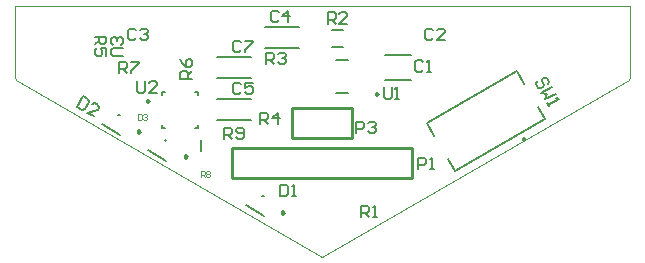
<source format=gto>
G04*
G04 #@! TF.GenerationSoftware,Altium Limited,Altium Designer,22.4.2 (48)*
G04*
G04 Layer_Color=65535*
%FSLAX25Y25*%
%MOIN*%
G70*
G04*
G04 #@! TF.SameCoordinates,9DE54F71-11C6-4998-B53C-E160C00813D1*
G04*
G04*
G04 #@! TF.FilePolarity,Positive*
G04*
G01*
G75*
%ADD10C,0.00984*%
%ADD11C,0.00787*%
%ADD12C,0.01000*%
%ADD13C,0.00394*%
%ADD14C,0.00004*%
D10*
X176008Y73193D02*
X175270Y73619D01*
Y72767D01*
X176008Y73193D01*
X99594Y70752D02*
X98856Y71178D01*
Y70326D01*
X99594Y70752D01*
X224971Y58135D02*
X224233Y58561D01*
Y57708D01*
X224971Y58135D01*
X144661Y33550D02*
X143922Y33976D01*
Y33124D01*
X144661Y33550D01*
X96661Y60550D02*
X95922Y60976D01*
Y60124D01*
X96661Y60550D01*
X112328Y52340D02*
X111590Y52766D01*
Y51914D01*
X112328Y52340D01*
D11*
X122464Y64433D02*
X133536D01*
X122464Y71567D02*
X133536D01*
X162031Y73488D02*
X165969D01*
X162031Y84512D02*
X165969D01*
X178169Y86232D02*
X186831D01*
X178169Y77768D02*
X186831D01*
X138464Y88433D02*
X149536D01*
X138464Y95567D02*
X149536D01*
X160531Y88646D02*
X164468D01*
X160531Y94354D02*
X164468D01*
X104047Y72721D02*
Y73705D01*
X105032D01*
X104047Y61894D02*
Y62878D01*
Y61894D02*
X105032D01*
X115858Y72721D02*
Y73705D01*
X114874D02*
X115858D01*
Y61894D02*
Y62878D01*
X114874Y61894D02*
X115858D01*
X122464Y85567D02*
X133536D01*
X122464Y78433D02*
X133536D01*
X201624Y47326D02*
X231628Y64649D01*
X199262Y51418D02*
X201624Y47326D01*
X229266Y68740D02*
X231628Y64649D01*
X192372Y63351D02*
X194734Y59260D01*
X192372Y63351D02*
X222376Y80674D01*
X224738Y76582D01*
X137475Y39279D02*
X137986Y38983D01*
X131991Y36080D02*
X137958Y32635D01*
X117000Y54130D02*
Y57870D01*
X83991Y63080D02*
X89958Y59635D01*
X89474Y66279D02*
X89986Y65983D01*
X104975Y57779D02*
X105486Y57483D01*
X99393Y54410D02*
X105359Y50965D01*
X177876Y75468D02*
Y72188D01*
X178532Y71532D01*
X179844D01*
X180500Y72188D01*
Y75468D01*
X181812Y71532D02*
X183124D01*
X182468D01*
Y75468D01*
X181812Y74812D01*
X170376Y32032D02*
Y35968D01*
X172344D01*
X173000Y35312D01*
Y34000D01*
X172344Y33344D01*
X170376D01*
X171688D02*
X173000Y32032D01*
X174312D02*
X175624D01*
X174968D01*
Y35968D01*
X174312Y35312D01*
X143376Y42968D02*
Y39032D01*
X145344D01*
X146000Y39688D01*
Y42312D01*
X145344Y42968D01*
X143376D01*
X147312Y39032D02*
X148624D01*
X147968D01*
Y42968D01*
X147312Y42312D01*
X113968Y78220D02*
X110032D01*
Y80188D01*
X110688Y80844D01*
X112000D01*
X112656Y80188D01*
Y78220D01*
Y79532D02*
X113968Y80844D01*
X110032Y84780D02*
X110688Y83468D01*
X112000Y82156D01*
X113312D01*
X113968Y82812D01*
Y84124D01*
X113312Y84780D01*
X112656D01*
X112000Y84124D01*
Y82156D01*
X191000Y83812D02*
X190344Y84468D01*
X189032D01*
X188376Y83812D01*
Y81188D01*
X189032Y80532D01*
X190344D01*
X191000Y81188D01*
X192312Y80532D02*
X193624D01*
X192968D01*
Y84468D01*
X192312Y83812D01*
X95720Y77468D02*
Y74188D01*
X96376Y73532D01*
X97688D01*
X98344Y74188D01*
Y77468D01*
X102280Y73532D02*
X99656D01*
X102280Y76156D01*
Y76812D01*
X101624Y77468D01*
X100312D01*
X99656Y76812D01*
X232652Y76360D02*
X232892Y77256D01*
X232236Y78392D01*
X231340Y78632D01*
X230772Y78304D01*
X230532Y77408D01*
X231188Y76272D01*
X230948Y75376D01*
X230380Y75048D01*
X229484Y75288D01*
X228828Y76424D01*
X229068Y77321D01*
X233876Y75552D02*
X230468Y73584D01*
X232260Y73104D01*
X231780Y71312D01*
X235188Y73280D01*
X232436Y70176D02*
X233092Y69039D01*
X232764Y69608D01*
X236172Y71575D01*
X235276Y71816D01*
X124720Y58032D02*
Y61968D01*
X126688D01*
X127344Y61312D01*
Y60000D01*
X126688Y59344D01*
X124720D01*
X126032D02*
X127344Y58032D01*
X128656Y58688D02*
X129312Y58032D01*
X130624D01*
X131280Y58688D01*
Y61312D01*
X130624Y61968D01*
X129312D01*
X128656Y61312D01*
Y60656D01*
X129312Y60000D01*
X131280D01*
X89720Y80032D02*
Y83968D01*
X91688D01*
X92344Y83312D01*
Y82000D01*
X91688Y81344D01*
X89720D01*
X91032D02*
X92344Y80032D01*
X93656Y83968D02*
X96280D01*
Y83312D01*
X93656Y80688D01*
Y80032D01*
X81532Y92280D02*
X85468D01*
Y90312D01*
X84812Y89656D01*
X83500D01*
X82844Y90312D01*
Y92280D01*
Y90968D02*
X81532Y89656D01*
X85468Y85720D02*
Y88344D01*
X83500D01*
X84156Y87032D01*
Y86376D01*
X83500Y85720D01*
X82188D01*
X81532Y86376D01*
Y87688D01*
X82188Y88344D01*
X136720Y63032D02*
Y66968D01*
X138688D01*
X139344Y66312D01*
Y65000D01*
X138688Y64344D01*
X136720D01*
X138032D02*
X139344Y63032D01*
X142624D02*
Y66968D01*
X140656Y65000D01*
X143280D01*
X138720Y83032D02*
Y86968D01*
X140688D01*
X141344Y86312D01*
Y85000D01*
X140688Y84344D01*
X138720D01*
X140032D02*
X141344Y83032D01*
X142656Y86312D02*
X143312Y86968D01*
X144624D01*
X145280Y86312D01*
Y85656D01*
X144624Y85000D01*
X143968D01*
X144624D01*
X145280Y84344D01*
Y83688D01*
X144624Y83032D01*
X143312D01*
X142656Y83688D01*
X159220Y96532D02*
Y100468D01*
X161188D01*
X161844Y99812D01*
Y98500D01*
X161188Y97844D01*
X159220D01*
X160532D02*
X161844Y96532D01*
X165780D02*
X163156D01*
X165780Y99156D01*
Y99812D01*
X165124Y100468D01*
X163812D01*
X163156Y99812D01*
X189376Y48032D02*
Y51968D01*
X191344D01*
X192000Y51312D01*
Y50000D01*
X191344Y49344D01*
X189376D01*
X193312Y48032D02*
X194624D01*
X193968D01*
Y51968D01*
X193312Y51312D01*
X168720Y60032D02*
Y63968D01*
X170688D01*
X171344Y63312D01*
Y62000D01*
X170688Y61344D01*
X168720D01*
X172656Y63312D02*
X173312Y63968D01*
X174624D01*
X175280Y63312D01*
Y62656D01*
X174624Y62000D01*
X173968D01*
X174624D01*
X175280Y61344D01*
Y60688D01*
X174624Y60032D01*
X173312D01*
X172656Y60688D01*
X77644Y72344D02*
X75676Y68936D01*
X77380Y67952D01*
X78276Y68192D01*
X79588Y70464D01*
X79348Y71360D01*
X77644Y72344D01*
X81356Y65656D02*
X79084Y66968D01*
X82668Y67928D01*
X82996Y68496D01*
X82756Y69392D01*
X81620Y70048D01*
X80724Y69808D01*
X130344Y76312D02*
X129688Y76968D01*
X128376D01*
X127720Y76312D01*
Y73688D01*
X128376Y73032D01*
X129688D01*
X130344Y73688D01*
X134280Y76968D02*
X131656D01*
Y75000D01*
X132968Y75656D01*
X133624D01*
X134280Y75000D01*
Y73688D01*
X133624Y73032D01*
X132312D01*
X131656Y73688D01*
X130344Y90312D02*
X129688Y90968D01*
X128376D01*
X127720Y90312D01*
Y87688D01*
X128376Y87032D01*
X129688D01*
X130344Y87688D01*
X131656Y90968D02*
X134280D01*
Y90312D01*
X131656Y87688D01*
Y87032D01*
X95344Y94312D02*
X94688Y94968D01*
X93376D01*
X92720Y94312D01*
Y91688D01*
X93376Y91032D01*
X94688D01*
X95344Y91688D01*
X96656Y94312D02*
X97312Y94968D01*
X98624D01*
X99280Y94312D01*
Y93656D01*
X98624Y93000D01*
X97968D01*
X98624D01*
X99280Y92344D01*
Y91688D01*
X98624Y91032D01*
X97312D01*
X96656Y91688D01*
X142844Y100312D02*
X142188Y100968D01*
X140876D01*
X140220Y100312D01*
Y97688D01*
X140876Y97032D01*
X142188D01*
X142844Y97688D01*
X146124Y97032D02*
Y100968D01*
X144156Y99000D01*
X146780D01*
X194344Y94312D02*
X193688Y94968D01*
X192376D01*
X191720Y94312D01*
Y91688D01*
X192376Y91032D01*
X193688D01*
X194344Y91688D01*
X198280Y91032D02*
X195656D01*
X198280Y93656D01*
Y94312D01*
X197624Y94968D01*
X196312D01*
X195656Y94312D01*
X90999Y85693D02*
X87719D01*
X87063Y86349D01*
Y87661D01*
X87719Y88317D01*
X90999D01*
X90343Y89629D02*
X90999Y90285D01*
Y91597D01*
X90343Y92252D01*
X89687D01*
X89031Y91597D01*
Y90941D01*
Y91597D01*
X88375Y92252D01*
X87719D01*
X87063Y91597D01*
Y90285D01*
X87719Y89629D01*
D12*
X127165Y45000D02*
X187165D01*
X127165Y55000D02*
X187165D01*
Y45000D02*
Y55000D01*
X127165Y45000D02*
Y55000D01*
X147165Y58386D02*
Y68386D01*
X167165Y58386D02*
Y68386D01*
X147165D02*
X167165D01*
X147165Y58386D02*
X167165D01*
D13*
X116860Y45516D02*
Y47484D01*
X117844D01*
X118172Y47156D01*
Y46500D01*
X117844Y46172D01*
X116860D01*
X117516D02*
X118172Y45516D01*
X118828Y47156D02*
X119156Y47484D01*
X119812D01*
X120140Y47156D01*
Y46828D01*
X119812Y46500D01*
X120140Y46172D01*
Y45844D01*
X119812Y45516D01*
X119156D01*
X118828Y45844D01*
Y46172D01*
X119156Y46500D01*
X118828Y46828D01*
Y47156D01*
X119156Y46500D02*
X119812D01*
X95860Y66484D02*
Y64516D01*
X96844D01*
X97172Y64844D01*
Y66156D01*
X96844Y66484D01*
X95860D01*
X97828Y66156D02*
X98156Y66484D01*
X98812D01*
X99140Y66156D01*
Y65828D01*
X98812Y65500D01*
X98484D01*
X98812D01*
X99140Y65172D01*
Y64844D01*
X98812Y64516D01*
X98156D01*
X97828Y64844D01*
D14*
X55404Y77680D02*
X157480Y18898D01*
X259557Y77679D01*
X259842Y78740D01*
Y102362D01*
X55118Y102362D02*
X259842Y102362D01*
X55118Y78740D02*
Y102362D01*
Y78740D02*
X55404Y77680D01*
M02*

</source>
